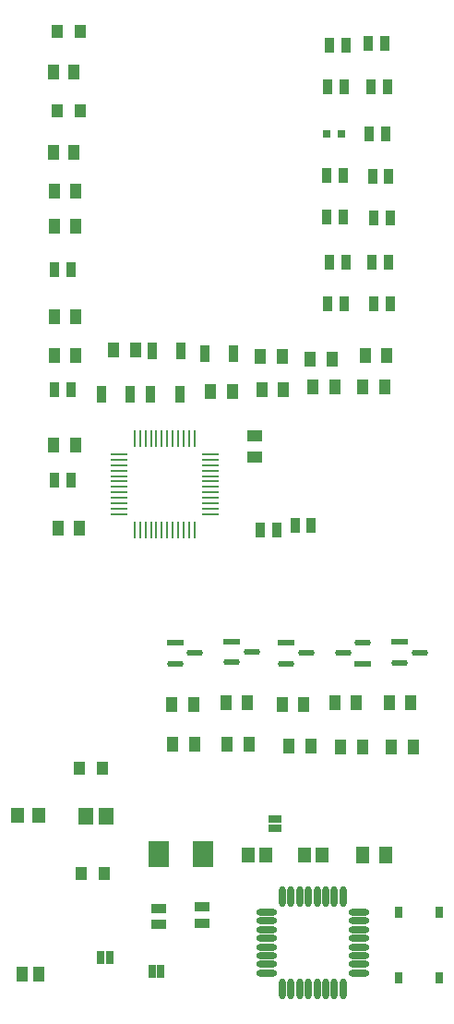
<source format=gtp>
G04*
G04 #@! TF.GenerationSoftware,Altium Limited,Altium Designer,23.0.1 (38)*
G04*
G04 Layer_Color=8421504*
%FSLAX44Y44*%
%MOMM*%
G71*
G04*
G04 #@! TF.SameCoordinates,29EA246D-3BC2-426E-A151-39073B1FECC7*
G04*
G04*
G04 #@! TF.FilePolarity,Positive*
G04*
G01*
G75*
%ADD18O,1.9500X0.6000*%
%ADD19O,0.6000X1.9500*%
%ADD20R,1.2850X1.4700*%
%ADD21R,1.0000X1.3500*%
%ADD22R,1.3046X1.4562*%
%ADD23R,1.2065X1.5082*%
%ADD24R,1.4549X1.5562*%
%ADD25R,0.6500X0.7000*%
%ADD26R,0.9500X1.3500*%
%ADD27R,1.0500X1.4500*%
%ADD28R,1.5242X0.5780*%
%ADD29R,1.5600X0.2800*%
%ADD30R,0.2800X1.5600*%
%ADD31R,1.3500X1.0000*%
G04:AMPARAMS|DCode=32|XSize=1.5242mm|YSize=0.578mm|CornerRadius=0.289mm|HoleSize=0mm|Usage=FLASHONLY|Rotation=0.000|XOffset=0mm|YOffset=0mm|HoleType=Round|Shape=RoundedRectangle|*
%AMROUNDEDRECTD32*
21,1,1.5242,0.0000,0,0,0.0*
21,1,0.9463,0.5780,0,0,0.0*
1,1,0.5780,0.4731,0.0000*
1,1,0.5780,-0.4731,0.0000*
1,1,0.5780,-0.4731,0.0000*
1,1,0.5780,0.4731,0.0000*
%
%ADD32ROUNDEDRECTD32*%
%ADD33R,0.6350X1.2700*%
%ADD34R,1.3500X0.9500*%
%ADD35R,1.9000X2.4000*%
%ADD36R,1.2700X0.6350*%
%ADD37R,0.9000X1.5500*%
%ADD38R,1.1000X1.3000*%
%ADD39R,0.7000X1.0000*%
%ADD40R,1.0000X1.3500*%
D18*
X1621110Y393760D02*
D03*
Y385760D02*
D03*
Y377760D02*
D03*
Y369760D02*
D03*
Y361760D02*
D03*
Y353760D02*
D03*
Y345760D02*
D03*
Y337760D02*
D03*
X1536110D02*
D03*
Y345760D02*
D03*
Y353760D02*
D03*
Y361760D02*
D03*
Y369760D02*
D03*
Y377760D02*
D03*
Y385760D02*
D03*
Y393760D02*
D03*
D19*
X1606610Y323260D02*
D03*
X1598610D02*
D03*
X1590610D02*
D03*
X1582610D02*
D03*
X1574610D02*
D03*
X1566610D02*
D03*
X1558610D02*
D03*
X1550610D02*
D03*
Y408260D02*
D03*
X1558610D02*
D03*
X1566610D02*
D03*
X1574610D02*
D03*
X1582610D02*
D03*
X1590610D02*
D03*
X1598610D02*
D03*
X1606610D02*
D03*
D20*
X1327560Y482600D02*
D03*
X1308100D02*
D03*
D21*
X1470500Y547370D02*
D03*
X1671160Y544830D02*
D03*
X1604170D02*
D03*
X1520030Y547370D02*
D03*
X1550670Y584200D02*
D03*
X1449230D02*
D03*
X1361504Y939800D02*
D03*
Y1022350D02*
D03*
X1415890Y909320D02*
D03*
X1550670Y902970D02*
D03*
X1504950Y871220D02*
D03*
X1551940Y872490D02*
D03*
X1598930Y585470D02*
D03*
X1648780D02*
D03*
X1518920D02*
D03*
X1557180Y546100D02*
D03*
X1361120Y821690D02*
D03*
X1341120D02*
D03*
X1577180Y546100D02*
D03*
X1570670Y584200D02*
D03*
X1500030Y547370D02*
D03*
X1498920Y585470D02*
D03*
X1624170Y544830D02*
D03*
X1668780Y585470D02*
D03*
X1618930D02*
D03*
X1651160Y544830D02*
D03*
X1344930Y745490D02*
D03*
X1364930D02*
D03*
X1644650Y875240D02*
D03*
X1624650D02*
D03*
X1578770D02*
D03*
X1598770D02*
D03*
X1646821Y904240D02*
D03*
X1626821D02*
D03*
X1531940Y872490D02*
D03*
X1484950Y871220D02*
D03*
X1341504Y904240D02*
D03*
X1361504D02*
D03*
X1596390Y900430D02*
D03*
X1576390D02*
D03*
X1530670Y902970D02*
D03*
X1395890Y909320D02*
D03*
X1341504Y1054817D02*
D03*
X1361504D02*
D03*
X1341504Y1022350D02*
D03*
Y939800D02*
D03*
X1450500Y547370D02*
D03*
X1469230Y584200D02*
D03*
D22*
X1535868Y445770D02*
D03*
X1587106D02*
D03*
X1570990D02*
D03*
X1519752D02*
D03*
D23*
X1624330D02*
D03*
X1645347D02*
D03*
D24*
X1388843Y481330D02*
D03*
X1370330D02*
D03*
D25*
X1591780Y1107440D02*
D03*
X1605280D02*
D03*
D26*
X1608970Y989330D02*
D03*
X1606550Y1031240D02*
D03*
Y1069340D02*
D03*
X1592700Y1150620D02*
D03*
X1644650Y1189990D02*
D03*
X1631950Y1150620D02*
D03*
X1648220Y989330D02*
D03*
X1649490Y1029970D02*
D03*
X1648460Y1068070D02*
D03*
X1630680Y1107440D02*
D03*
X1577340Y748030D02*
D03*
X1562340D02*
D03*
X1530350Y744220D02*
D03*
X1545350D02*
D03*
X1645680Y1107440D02*
D03*
X1633460Y1068070D02*
D03*
X1634490Y1029970D02*
D03*
X1633220Y989330D02*
D03*
X1646950Y1150620D02*
D03*
X1629650Y1189990D02*
D03*
X1608970Y1188720D02*
D03*
X1593970D02*
D03*
X1649730Y951230D02*
D03*
X1634730D02*
D03*
X1591550Y1069340D02*
D03*
Y1031240D02*
D03*
X1607700Y951230D02*
D03*
X1592700D02*
D03*
X1593970Y989330D02*
D03*
X1607700Y1150620D02*
D03*
X1357004Y872490D02*
D03*
X1342003D02*
D03*
X1357004Y982980D02*
D03*
X1342003D02*
D03*
Y789940D02*
D03*
X1357004D02*
D03*
D27*
X1340770Y1090734D02*
D03*
Y1164035D02*
D03*
X1359270D02*
D03*
X1359270Y1090734D02*
D03*
D28*
X1452456Y640690D02*
D03*
X1658620Y641350D02*
D03*
X1624754Y621690D02*
D03*
X1504526Y641960D02*
D03*
X1554268Y640690D02*
D03*
D29*
X1400920Y798630D02*
D03*
Y778630D02*
D03*
Y763630D02*
D03*
X1484520Y773630D02*
D03*
Y813630D02*
D03*
Y808630D02*
D03*
Y803630D02*
D03*
Y798630D02*
D03*
Y793630D02*
D03*
Y788630D02*
D03*
Y783630D02*
D03*
Y778630D02*
D03*
Y768630D02*
D03*
Y763630D02*
D03*
Y758630D02*
D03*
X1400920D02*
D03*
Y768630D02*
D03*
Y773630D02*
D03*
Y783630D02*
D03*
Y788630D02*
D03*
Y793630D02*
D03*
Y803630D02*
D03*
Y808630D02*
D03*
Y813630D02*
D03*
D30*
X1425220Y744330D02*
D03*
X1435220D02*
D03*
X1455220D02*
D03*
X1440220Y827930D02*
D03*
X1435220D02*
D03*
X1430220D02*
D03*
X1415220D02*
D03*
X1420220D02*
D03*
X1425220D02*
D03*
X1445220D02*
D03*
X1450220D02*
D03*
X1455220D02*
D03*
X1460220D02*
D03*
X1465220D02*
D03*
X1470220D02*
D03*
Y744330D02*
D03*
X1465220D02*
D03*
X1460220D02*
D03*
X1450220D02*
D03*
X1445220D02*
D03*
X1440220D02*
D03*
X1430220D02*
D03*
X1420220D02*
D03*
X1415220D02*
D03*
D31*
X1525270Y830580D02*
D03*
Y810580D02*
D03*
D32*
X1554268Y621690D02*
D03*
X1572472Y631190D02*
D03*
X1504526Y622960D02*
D03*
X1522730Y632460D02*
D03*
X1624754Y640690D02*
D03*
X1606550Y631190D02*
D03*
X1658620Y622350D02*
D03*
X1676824Y631850D02*
D03*
X1452456Y621690D02*
D03*
X1470660Y631190D02*
D03*
D33*
X1439164Y339090D02*
D03*
X1431036D02*
D03*
X1384046Y351790D02*
D03*
X1392174D02*
D03*
D34*
X1477010Y398540D02*
D03*
Y383540D02*
D03*
X1437640Y397270D02*
D03*
Y382270D02*
D03*
D35*
X1437280Y447040D02*
D03*
X1478280D02*
D03*
D36*
X1544320Y470662D02*
D03*
Y478790D02*
D03*
D37*
X1506220Y905510D02*
D03*
X1479720D02*
D03*
X1430020Y868680D02*
D03*
X1456520D02*
D03*
X1410970D02*
D03*
X1384470D02*
D03*
X1431290Y908050D02*
D03*
X1457790D02*
D03*
D38*
X1344003Y1201420D02*
D03*
X1365004D02*
D03*
X1344003Y1128118D02*
D03*
X1365004D02*
D03*
X1385570Y525780D02*
D03*
X1364570D02*
D03*
X1366520Y429260D02*
D03*
X1387520D02*
D03*
D39*
X1657900Y333220D02*
D03*
Y393220D02*
D03*
X1694900Y333220D02*
D03*
Y393220D02*
D03*
D40*
X1327150Y336550D02*
D03*
X1312150D02*
D03*
M02*

</source>
